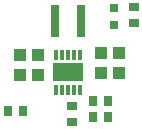
<source format=gtp>
G75*
%MOIN*%
%OFA0B0*%
%FSLAX25Y25*%
%IPPOS*%
%LPD*%
%AMOC8*
5,1,8,0,0,1.08239X$1,22.5*
%
%ADD10R,0.03937X0.04331*%
%ADD11R,0.03150X0.03150*%
%ADD12R,0.02756X0.03543*%
%ADD13R,0.03543X0.02756*%
%ADD14R,0.01181X0.03346*%
%ADD15R,0.09843X0.05906*%
%ADD16R,0.03150X0.10630*%
D10*
X0025867Y0024320D03*
X0031867Y0024320D03*
X0031867Y0031013D03*
X0025867Y0031013D03*
X0052867Y0031513D03*
X0058867Y0031513D03*
X0058867Y0024820D03*
X0052867Y0024820D03*
D11*
X0057367Y0040714D03*
X0057367Y0046619D03*
D12*
X0021808Y0012167D03*
X0026926Y0012167D03*
X0050308Y0010167D03*
X0055426Y0010167D03*
X0055426Y0015667D03*
X0050308Y0015667D03*
D13*
X0043167Y0013726D03*
X0043167Y0008608D03*
X0063867Y0041608D03*
X0063867Y0046726D03*
D14*
X0045804Y0030974D03*
X0043835Y0030974D03*
X0041867Y0030974D03*
X0039898Y0030974D03*
X0037930Y0030974D03*
X0037930Y0019360D03*
X0039898Y0019360D03*
X0041867Y0019360D03*
X0043835Y0019360D03*
X0045804Y0019360D03*
D15*
X0041867Y0025167D03*
D16*
X0046197Y0042167D03*
X0037536Y0042167D03*
M02*

</source>
